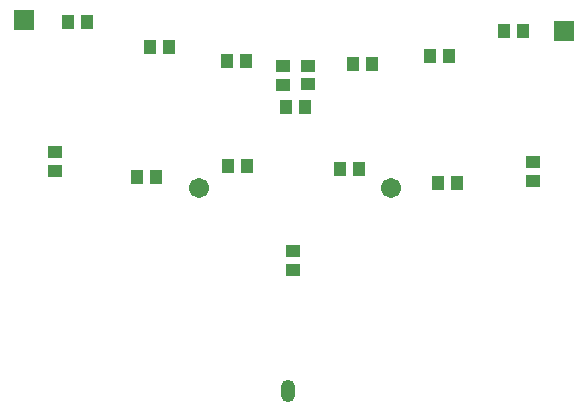
<source format=gbs>
G04 Layer_Color=16711935*
%FSLAX25Y25*%
%MOIN*%
G70*
G01*
G75*
%ADD25R,0.04540X0.04343*%
%ADD26C,0.06706*%
%ADD27R,0.06706X0.06706*%
%ADD28O,0.04737X0.07493*%
%ADD29R,0.04343X0.04540*%
D25*
X-77756Y88090D02*
D03*
Y81791D02*
D03*
X81496Y84547D02*
D03*
Y78248D02*
D03*
X6693Y116831D02*
D03*
Y110531D02*
D03*
X-1575Y116732D02*
D03*
Y110433D02*
D03*
X1673Y48819D02*
D03*
Y55118D02*
D03*
D26*
X34154Y76083D02*
D03*
X-29528D02*
D03*
D27*
X-87992Y132087D02*
D03*
X91929Y128445D02*
D03*
D28*
X98Y8366D02*
D03*
D29*
X-44094Y79626D02*
D03*
X-50394D02*
D03*
X-19980Y83465D02*
D03*
X-13681D02*
D03*
X17323Y82284D02*
D03*
X23622D02*
D03*
X50000Y77658D02*
D03*
X56299D02*
D03*
X-73327Y131398D02*
D03*
X-67028D02*
D03*
X-46063Y123031D02*
D03*
X-39764D02*
D03*
X-20374Y118504D02*
D03*
X-14075D02*
D03*
X5709Y102953D02*
D03*
X-591D02*
D03*
X28051Y117421D02*
D03*
X21752D02*
D03*
X53543Y119980D02*
D03*
X47244D02*
D03*
X78347Y128347D02*
D03*
X72047D02*
D03*
M02*

</source>
